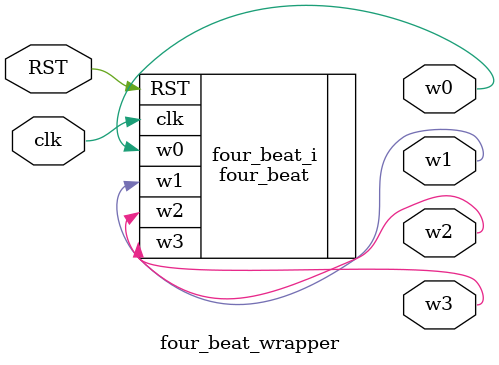
<source format=v>
`timescale 1 ps / 1 ps

module four_beat_wrapper
   (RST,
    clk,
    w0,
    w1,
    w2,
    w3);
  input RST;
  input clk;
  output w0;
  output w1;
  output w2;
  output w3;

  wire RST;
  wire clk;
  wire w0;
  wire w1;
  wire w2;
  wire w3;

  four_beat four_beat_i
       (.RST(RST),
        .clk(clk),
        .w0(w0),
        .w1(w1),
        .w2(w2),
        .w3(w3));
endmodule

</source>
